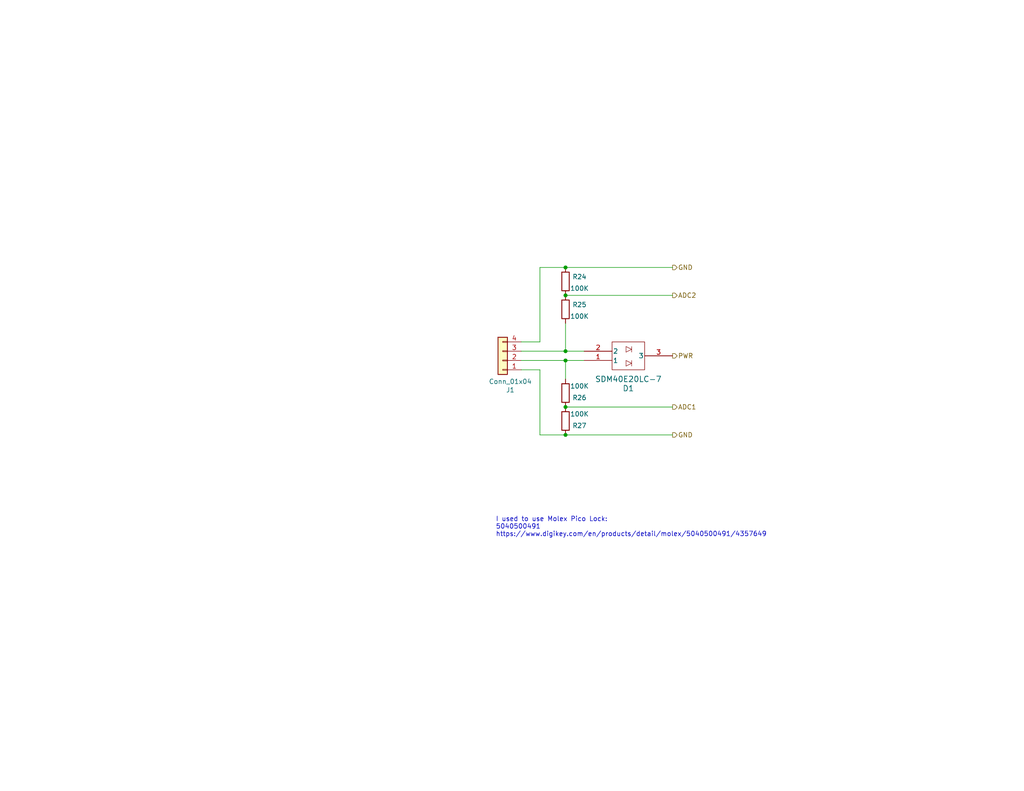
<source format=kicad_sch>
(kicad_sch (version 20231120) (generator "eeschema") (generator_version "8.0")
  (paper "A")
  (title_block (title "Solar Input") (date "2020-08-09"))
  (lib_symbols
    (symbol "Connector_Generic:Conn_01x04" (pin_names (offset 1.016) hide)
      (property "Reference" "J" (at 0 5.08 0))
      (property "Value" "Conn_01x04" (at 0 -7.62 0))
      (symbol "Conn_01x04_1_1"
        (rectangle (start -1.27 -4.953) (end 0 -5.207) (stroke (width 0.1524)))
        (rectangle (start -1.27 -2.413) (end 0 -2.667) (stroke (width 0.1524)))
        (rectangle (start -1.27 0.127) (end 0 -0.127) (stroke (width 0.1524)))
        (rectangle (start -1.27 2.667) (end 0 2.413) (stroke (width 0.1524)))
        (rectangle (start -1.27 3.81) (end 1.27 -6.35) (stroke (width 0.254)) (fill (type background)))
        (pin passive line (at -5.08 2.54 0) (length 3.81) (name "Pin_1") (number "1"))
        (pin passive line (at -5.08 0 0) (length 3.81) (name "Pin_2") (number "2"))
        (pin passive line (at -5.08 -2.54 0) (length 3.81) (name "Pin_3") (number "3"))
        (pin passive line (at -5.08 -5.08 0) (length 3.81) (name "Pin_4") (number "4"))
      )
    )
    (symbol "Device:R" (pin_numbers hide) (pin_names (offset 0))
      (property "Reference" "R" (at 2.032 0 90))
      (property "Value" "R" (at 0 0 90))
      (symbol "R_0_1"
        (rectangle (start -1.016 -2.54) (end 1.016 2.54) (stroke (width 0.254)))
      )
      (symbol "R_1_1"
        (pin passive line (at 0 3.81 270) (length 1.27) (name "~") (number "1"))
        (pin passive line (at 0 -3.81 90) (length 1.27) (name "~") (number "2"))
      )
    )
    (symbol "Project:SDM40E20LC-7" (pin_names (offset 0.254))
      (property "Reference" "D" (at 21.844 1.016 0))
      (property "Value" "SDM40E20LC-7" (at 21.844 -1.524 0))
      (symbol "SDM40E20LC-7_0_1"
        (polyline (pts (xy 21.59 -10.16) (xy 21.59 -8.636)) (stroke (width 0.127)))
        (polyline (pts (xy 21.59 -8.636) (xy 23.114 -9.398)) (stroke (width 0.127)))
        (polyline (pts (xy 21.59 -6.35) (xy 21.59 -4.826)) (stroke (width 0.127)))
        (polyline (pts (xy 21.59 -4.826) (xy 23.114 -5.588)) (stroke (width 0.127)))
        (polyline (pts (xy 23.114 -9.398) (xy 21.59 -10.16)) (stroke (width 0.127)))
        (polyline (pts (xy 23.114 -8.636) (xy 23.114 -10.16)) (stroke (width 0.127)))
        (polyline (pts (xy 23.114 -5.588) (xy 21.59 -6.35)) (stroke (width 0.127)))
        (polyline (pts (xy 23.114 -4.826) (xy 23.114 -6.35)) (stroke (width 0.127)))
      )
      (symbol "SDM40E20LC-7_1_1"
        (rectangle (start 17.78 -3.81) (end 26.67 -11.43))
        (pin input line (at 10.16 -6.35 0) (length 7.62) (name "1") (number "1"))
        (pin input line (at 10.16 -8.89 0) (length 7.62) (name "2") (number "2"))
        (pin passive line (at 34.29 -7.62 180) (length 7.62) (name "3") (number "3"))
      )
    )
  )
  (junction (at 154.305 73.025))
  (junction (at 154.305 80.645))
  (junction (at 154.305 111.125))
  (junction (at 154.305 95.885))
  (junction (at 154.305 118.745))
  (junction (at 154.305 98.425))
  (wire (pts (xy 147.32 100.965) (xy 147.32 118.745)))
  (wire (pts (xy 154.305 73.025) (xy 147.32 73.025)))
  (wire (pts (xy 154.305 111.125) (xy 183.515 111.125)))
  (wire (pts (xy 147.32 73.025) (xy 147.32 93.345)))
  (wire (pts (xy 154.305 80.645) (xy 183.515 80.645)))
  (wire (pts (xy 147.32 100.965) (xy 142.24 100.965)))
  (wire (pts (xy 154.305 88.265) (xy 154.305 95.885)))
  (wire (pts (xy 154.305 118.745) (xy 183.515 118.745)))
  (wire (pts (xy 154.305 98.425) (xy 154.305 103.505)))
  (wire (pts (xy 142.24 98.425) (xy 154.305 98.425)))
  (wire (pts (xy 142.24 95.885) (xy 154.305 95.885)))
  (wire (pts (xy 154.305 98.425) (xy 159.385 98.425)))
  (wire (pts (xy 154.305 95.885) (xy 159.385 95.885)))
  (wire (pts (xy 154.305 73.025) (xy 183.515 73.025)))
  (wire (pts (xy 147.32 118.745) (xy 154.305 118.745)))
  (wire (pts (xy 147.32 93.345) (xy 142.24 93.345)))
  (text "I used to use Molex Pico Lock:\n5040500491\nhttps://www.digikey.com/en/products/detail/molex/5040500491/4357649\n" (at 135.255 146.685 0) (effects (font (size 1.27 1.27)) (justify left bottom)))
  (hierarchical_label "GND" (shape output) (at 183.515 73.025 0))
  (hierarchical_label "ADC1" (shape output) (at 183.515 111.125 0))
  (hierarchical_label "GND" (shape output) (at 183.515 118.745 0))
  (hierarchical_label "PWR" (shape output) (at 183.515 97.155 0))
  (hierarchical_label "ADC2" (shape output) (at 183.515 80.645 0))
  (symbol (lib_id "Device:R") (at 154.305 114.935 0) (unit 1)
    (property "Reference" "R27" (at 158.115 116.205 0))
    (property "Value" "100K" (at 158.115 113.03 0))
    (property "Footprint" "Resistor_SMD:R_0402_1005Metric_Pad0.72x0.64mm_HandSolder" (effects (hide yes)))
    (property "Mfr. #" "RMCF0603FT100K" (effects (hide yes)))
    (property "Order" "https://www.digikey.com/en/products/detail/stackpole-electronics-inc/RMCF0603FT100K/1761112" (effects (hide yes)))
    (instances (project "" (path "" (reference "R27") (unit 1)) (path "" (reference "R31") (unit 1)) (path "" (reference "R35") (unit 1)) (path "" (reference "R39") (unit 1)) (path "" (reference "R43") (unit 1)) (path "" (reference "R47") (unit 1))))
  )
  (symbol (lib_id "Device:R") (at 154.305 107.315 0) (unit 1)
    (property "Reference" "R26" (at 158.115 108.585 0))
    (property "Value" "100K" (at 158.115 105.41 0))
    (property "Footprint" "Resistor_SMD:R_0402_1005Metric_Pad0.72x0.64mm_HandSolder" (effects (hide yes)))
    (property "Mfr. #" "RMCF0603FT100K" (effects (hide yes)))
    (property "Order" "https://www.digikey.com/en/products/detail/stackpole-electronics-inc/RMCF0603FT100K/1761112" (effects (hide yes)))
    (instances (project "" (path "" (reference "R26") (unit 1)) (path "" (reference "R30") (unit 1)) (path "" (reference "R34") (unit 1)) (path "" (reference "R38") (unit 1)) (path "" (reference "R42") (unit 1)) (path "" (reference "R46") (unit 1))))
  )
  (symbol (lib_id "Device:R") (at 154.305 76.835 0) (mirror x) (unit 1)
    (property "Reference" "R24" (at 158.115 75.565 0))
    (property "Value" "100K" (at 158.115 78.74 0))
    (property "Footprint" "Resistor_SMD:R_0402_1005Metric_Pad0.72x0.64mm_HandSolder" (effects (hide yes)))
    (property "Mfr. #" "RMCF0603FT100K" (effects (hide yes)))
    (property "Order" "https://www.digikey.com/en/products/detail/stackpole-electronics-inc/RMCF0603FT100K/1761112" (effects (hide yes)))
    (instances (project "EPS" (path "" (reference "R24") (unit 1)) (path "" (reference "R28") (unit 1)) (path "" (reference "R32") (unit 1)) (path "" (reference "R36") (unit 1)) (path "" (reference "R40") (unit 1)) (path "" (reference "R44") (unit 1))))
  )
  (symbol (lib_id "Device:R") (at 154.305 84.455 0) (mirror x) (unit 1)
    (property "Reference" "R25" (at 158.115 83.185 0))
    (property "Value" "100K" (at 158.115 86.36 0))
    (property "Footprint" "Resistor_SMD:R_0402_1005Metric_Pad0.72x0.64mm_HandSolder" (effects (hide yes)))
    (property "Mfr. #" "RMCF0603FT100K" (effects (hide yes)))
    (property "Order" "https://www.digikey.com/en/products/detail/stackpole-electronics-inc/RMCF0603FT100K/1761112" (effects (hide yes)))
    (instances (project "EPS" (path "" (reference "R25") (unit 1)) (path "" (reference "R29") (unit 1)) (path "" (reference "R33") (unit 1)) (path "" (reference "R37") (unit 1)) (path "" (reference "R41") (unit 1)) (path "" (reference "R45") (unit 1))))
  )
  (symbol (lib_id "Project:SDM40E20LC-7") (at 149.225 104.775 0) (mirror x) (unit 1)
    (property "Reference" "D1" (at 171.45 106.045 0) (effects (font (size 1.524 1.524))))
    (property "Value" "SDM40E20LC-7" (at 171.45 103.505 0) (effects (font (size 1.524 1.524))))
    (property "Footprint" "Project:SOT-23_DIO" (effects (hide yes)))
    (property "Datasheet" "SDM40E20LC-7" (effects (hide yes)))
    (instances (project "EPS" (path "" (reference "D1") (unit 1)) (path "" (reference "D2") (unit 1)) (path "" (reference "D3") (unit 1)) (path "" (reference "D4") (unit 1)) (path "" (reference "D5") (unit 1)) (path "" (reference "D6") (unit 1))))
  )
  (symbol (lib_id "Connector_Generic:Conn_01x04") (at 137.16 98.425 180) (unit 1)
    (property "Reference" "J1" (at 139.2428 106.4768 0))
    (property "Value" "Conn_01x04" (at 139.2428 104.1654 0))
    (property "Footprint" "Connector_PinHeader_2.54mm:PinHeader_1x04_P2.54mm_Vertical" (effects (hide yes)))
    (instances (project "EPS" (path "" (reference "J1") (unit 1)) (path "" (reference "J2") (unit 1)) (path "" (reference "J3") (unit 1)) (path "" (reference "J4") (unit 1)) (path "" (reference "J5") (unit 1)) (path "" (reference "J6") (unit 1))))
  )
)
</source>
